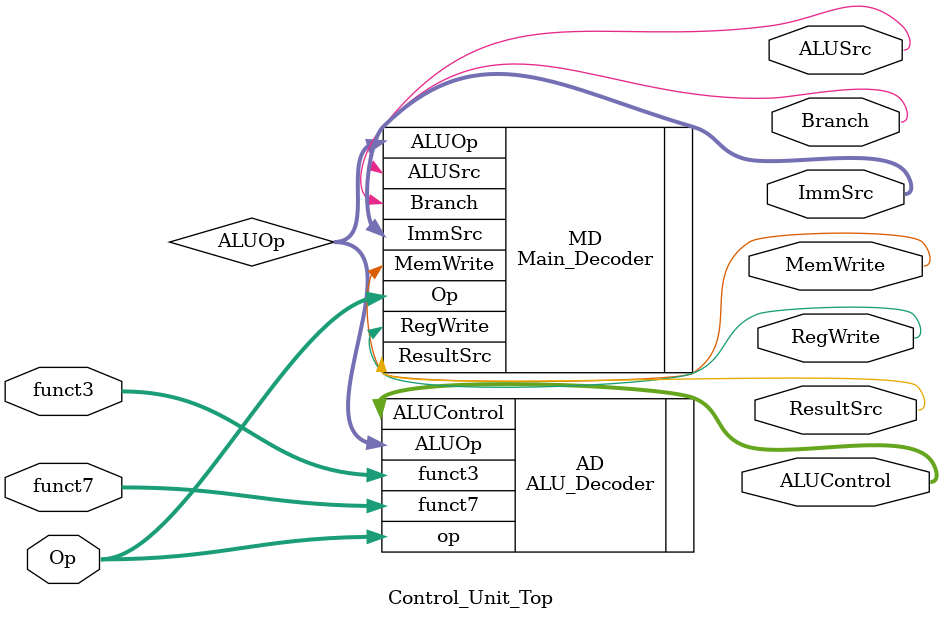
<source format=v>
`include "ALU_Decoder.v"
`include "Main_Decoder.v"

module Control_Unit_Top(Op, RegWrite, ImmSrc, ALUSrc, MemWrite,
                        ResultSrc, Branch, funct3, funct7, ALUControl);

    input [6:0] Op, funct7;
    input [2:0] funct3;
    output RegWrite, ALUSrc, MemWrite, ResultSrc, Branch;
    output [1:0] ImmSrc;
    output [2:0] ALUControl;

    wire [1:0] ALUOp;

    Main_Decoder MD (
        .Op(Op),
        .RegWrite(RegWrite),
        .ImmSrc(ImmSrc),
        .ALUSrc(ALUSrc),
        .MemWrite(MemWrite),
        .ResultSrc(ResultSrc),
        .Branch(Branch),
        .ALUOp(ALUOp)
    );

    ALU_Decoder AD (
        .ALUOp(ALUOp),
        .funct3(funct3),
        .funct7(funct7),
        .op(Op),
        .ALUControl(ALUControl)
    );

endmodule

</source>
